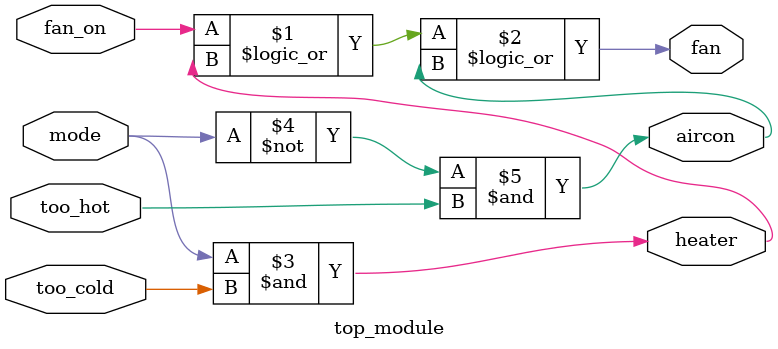
<source format=v>
module top_module (
    input too_cold,
    input too_hot,
    input mode,
    input fan_on,
    output heater,
    output aircon,
    output fan
); 

    assign fan    = fan_on || heater || aircon;
    assign heater = mode & too_cold;
    assign aircon = (~mode) & too_hot;
endmodule

</source>
